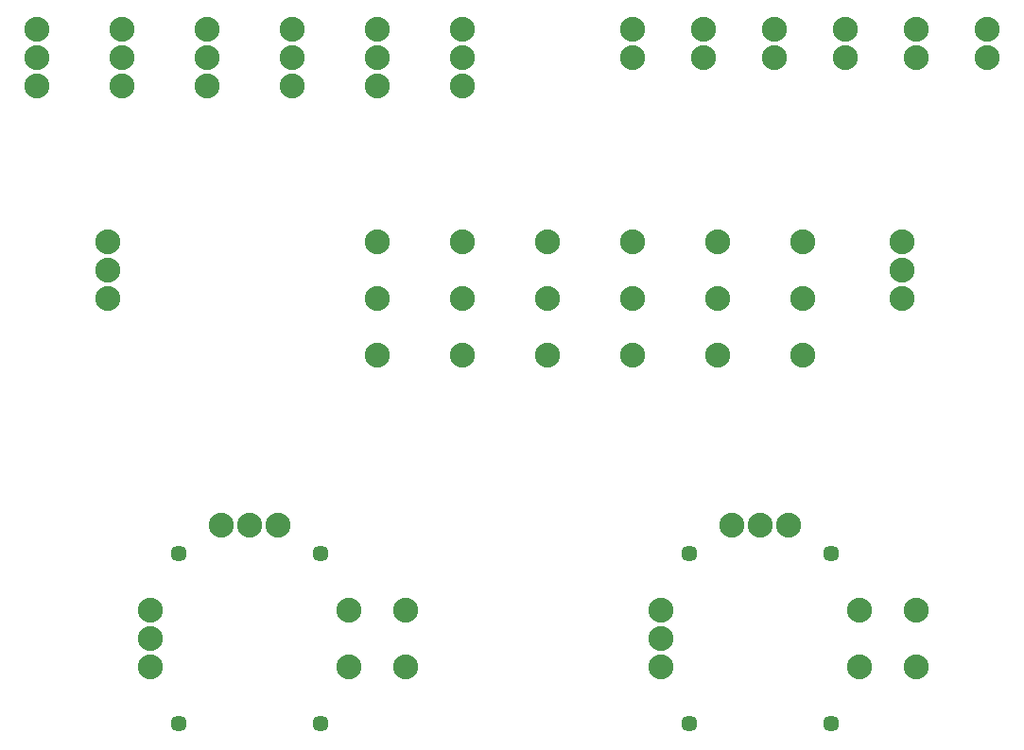
<source format=gbs>
G04 MADE WITH FRITZING*
G04 WWW.FRITZING.ORG*
G04 DOUBLE SIDED*
G04 HOLES PLATED*
G04 CONTOUR ON CENTER OF CONTOUR VECTOR*
%ASAXBY*%
%FSLAX23Y23*%
%MOIN*%
%OFA0B0*%
%SFA1.0B1.0*%
%ADD10C,0.088000*%
%ADD11C,0.057244*%
%LNMASK0*%
G90*
G70*
G54D10*
X1153Y1463D03*
X1053Y1463D03*
X953Y1463D03*
X2953Y1463D03*
X2853Y1463D03*
X2753Y1463D03*
G54D11*
X3103Y1363D03*
X1303Y1363D03*
X2603Y1363D03*
X803Y1363D03*
X803Y763D03*
X2603Y763D03*
X3103Y763D03*
X1303Y763D03*
G54D10*
X703Y1163D03*
X703Y1063D03*
X703Y963D03*
X2503Y1163D03*
X2503Y1063D03*
X2503Y963D03*
X3203Y1163D03*
X3203Y963D03*
X1403Y1163D03*
X1403Y963D03*
X3403Y1163D03*
X3403Y963D03*
X1603Y1163D03*
X1603Y963D03*
X2103Y2463D03*
X2103Y2263D03*
X2103Y2063D03*
X1503Y2463D03*
X1503Y2263D03*
X1503Y2063D03*
X3003Y2463D03*
X3003Y2263D03*
X3003Y2063D03*
X2703Y2463D03*
X2703Y2263D03*
X2703Y2063D03*
X2403Y2463D03*
X2403Y2263D03*
X2403Y2063D03*
X1803Y2463D03*
X1803Y2263D03*
X1803Y2063D03*
X1803Y3213D03*
X1803Y3113D03*
X1803Y3013D03*
X1503Y3213D03*
X1503Y3113D03*
X1503Y3013D03*
X303Y3213D03*
X303Y3113D03*
X303Y3013D03*
X603Y3213D03*
X603Y3113D03*
X603Y3013D03*
X1203Y3213D03*
X1203Y3113D03*
X1203Y3013D03*
X903Y3213D03*
X903Y3113D03*
X903Y3013D03*
X3153Y3213D03*
X3153Y3113D03*
X2903Y3213D03*
X2903Y3113D03*
X3403Y3213D03*
X3403Y3113D03*
X2653Y3213D03*
X2653Y3113D03*
X2403Y3213D03*
X2403Y3113D03*
X3653Y3213D03*
X3653Y3113D03*
X3353Y2463D03*
X3353Y2363D03*
X3353Y2263D03*
X553Y2463D03*
X553Y2363D03*
X553Y2263D03*
G04 End of Mask0*
M02*
</source>
